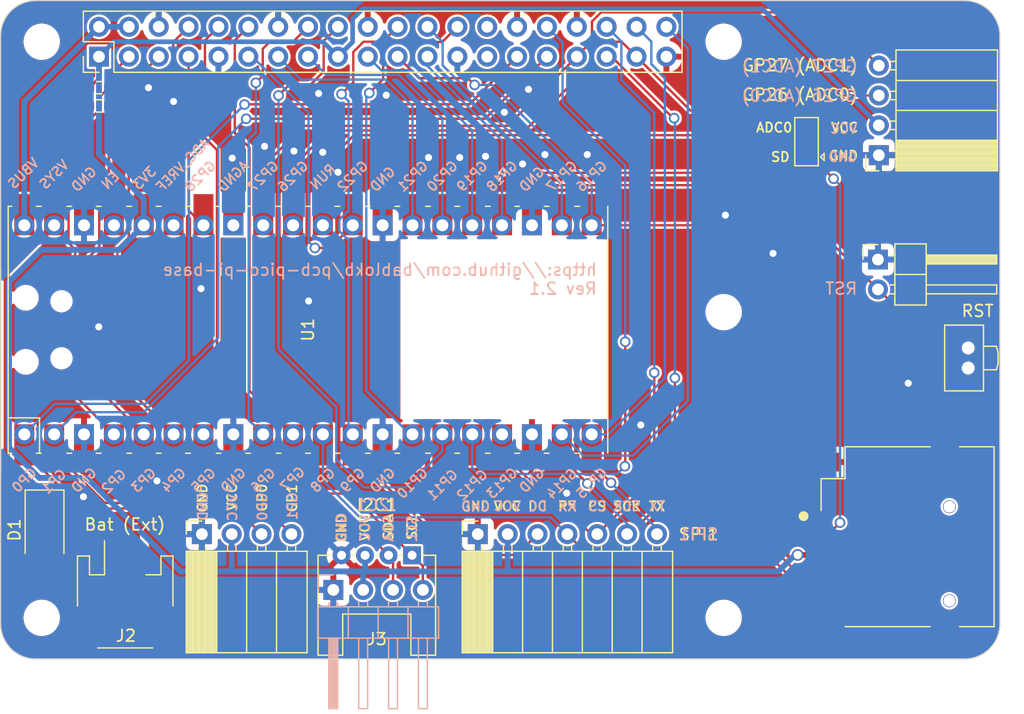
<source format=kicad_pcb>
(kicad_pcb (version 20211014) (generator pcbnew)
  (title_block (date "15 nov 2012"))
  (layers (0 "F.Cu" signal) (31 "B.Cu" signal) (34 "B.Paste" user) (35 "F.Paste" user) (36 "B.SilkS" user "B.Silkscreen") (37 "F.SilkS" user "F.Silkscreen") (38 "B.Mask" user) (39 "F.Mask" user) (44 "Edge.Cuts" user))
  (net 0 "")
  (net 1 "GND")
  (net 2 "/GPIO[2]{slash}SDA1")
  (net 3 "/GPIO[3]{slash}SCL1")
  (net 4 "/GPIO[4]{slash}GPCLK0")
  (net 5 "/GPIO[14]{slash}TXD0")
  (net 6 "/GPIO[15]{slash}RXD0")
  (net 7 "/GPIO[17]")
  (net 8 "/GPIO[18]{slash}PCM.CLK")
  (net 9 "/GPIO[27]")
  (net 10 "/GPIO[22]")
  (net 11 "/GPIO[23]")
  (net 12 "/GPIO[24]")
  (net 13 "/GPIO[10]{slash}SPI0.MOSI")
  (net 14 "/GPIO[9]{slash}SPI0.MISO")
  (net 15 "/GPIO[25]")
  (net 16 "/GPIO[11]{slash}SPI0.SCLK")
  (net 17 "/GPIO[8]{slash}SPI0.CE0")
  (net 18 "/GPIO[7]{slash}SPI0.CE1")
  (net 19 "/ID_SDA")
  (net 20 "/ID_SCL")
  (net 21 "/GPIO[5]")
  (net 22 "/GPIO[6]")
  (net 23 "/GPIO[12]{slash}PWM0")
  (net 24 "/GPIO[13]{slash}PWM1")
  (net 25 "/GPIO[19]{slash}PCM.FS")
  (net 26 "/GPIO[16]")
  (net 27 "/GPIO[20]{slash}PCM.DIN")
  (net 28 "/GPIO[21]{slash}PCM.DOUT")
  (net 29 "+5V")
  (net 30 "/VSYS")
  (net 31 "+BATT")
  (net 32 "+3.3V")
  (net 33 "/GPIO26")
  (net 34 "/RUN")
  (net 41 "/ADC0")
  (net 42 "/SD_CS")
  (footprint "Connector_PinHeader_2.54mm:PinHeader_2x20_P2.54mm_Vertical" (layer "F.Cu") (at 108.37 48.77 90)
    (fp_text reference "J1" hide)
    (fp_text value "GPIO" hide)
  )
  (footprint "Jumper:SolderJumper-3_P1.3mm_Bridged12_Pad1.0x1.5mm" (layer "F.Cu") (at 168.55 56 90)
    (fp_text reference "JP1" hide)
    (fp_text value "ADC0/SD_CS" hide)
  )
  (footprint "MountingHole:MountingHole_2.7mm_M2.5" (layer "F.Cu") (at 161.5 47.5)
    (fp_text reference "MH2" hide)
    (fp_text value "MountingHole_2.7mm_M2.5" hide)
  )
  (footprint "user:grove_horizontal" (layer "F.Cu") (at 132 91.18)
    (fp_text reference "J3")
    (fp_text value "Grove" hide)
  )
  (footprint "user:Microtaster_Horizontal" (layer "F.Cu") (at 182.3 74.4 90)
    (fp_text reference "SW1" hide)
    (fp_text value "SW_Push" hide)
  )
  (footprint "Connector_PinSocket_2.54mm:PinSocket_1x07_P2.54mm_Horizontal" (layer "F.Cu") (at 140.59 89.38 90)
    (fp_text reference "J5" hide)
    (fp_text value "Conn_SPI1" hide)
  )
  (footprint "Connector_JST:JST_PH_S2B-PH-SM4-TB_1x02-1MP_P2.00mm_Horizontal" (layer "F.Cu") (at 110.6 94.55)
    (fp_text reference "J2")
    (fp_text value "JST-PH2 Bat Ext" hide)
  )
  (footprint "MountingHole:MountingHole_2.7mm_M2.5" (layer "F.Cu") (at 161.5 70.5)
    (fp_text reference "MH1" hide)
    (fp_text value "MountingHole_2.7mm_M2.5" hide)
  )
  (footprint "Diode_SMD:D_SMA" (layer "F.Cu") (at 103.74 89.03 -90)
    (fp_text reference "D1")
    (fp_text value "D_Schottky" hide)
  )
  (footprint "MountingHole:MountingHole_2.7mm_M2.5" (layer "F.Cu") (at 103.5 96.5)
    (fp_text reference "MH3" hide)
    (fp_text value "MountingHole_2.7mm_M2.5" hide)
  )
  (footprint "MountingHole:MountingHole_2.7mm_M2.5" (layer "F.Cu") (at 103.5 47.5)
    (fp_text reference "MH1" hide)
    (fp_text value "MountingHole_2.7mm_M2.5" hide)
  )
  (footprint "Resistor_SMD:R_0603_1608Metric" (layer "F.Cu") (at 108.38 51.41 180)
    (fp_text reference "R1" hide)
    (fp_text value "10K" hide)
  )
  (footprint "Resistor_SMD:R_0603_1608Metric" (layer "F.Cu") (at 108.38 52.96 180)
    (fp_text reference "R2" hide)
    (fp_text value "10K" hide)
  )
  (footprint "user:TF-Push" (layer "F.Cu") (at 175 90.1 90)
    (fp_text reference "J9" hide)
    (fp_text value "Micro_SD_TF_PUSH" hide)
  )
  (footprint "Connector_PinSocket_2.54mm:PinSocket_1x04_P2.54mm_Horizontal" (layer "F.Cu") (at 117.12 89.38 90)
    (fp_text reference "J4" hide)
    (fp_text value "Conn_UART" hide)
  )
  (footprint "MountingHole:MountingHole_2.7mm_M2.5" (layer "F.Cu") (at 161.5 96.5)
    (fp_text reference "MH4" hide)
    (fp_text value "MountingHole_2.7mm_M2.5" hide)
  )
  (footprint "user:RPi_Pico_SMD_TH_nodbg" (layer "F.Cu") (at 126.145 72 90)
    (fp_text reference "U1")
    (fp_text value "Pico_nodbg" hide)
  )
  (footprint "Connector_PinSocket_2.54mm:PinSocket_1x04_P2.54mm_Horizontal" (layer "F.Cu") (at 174.7 57.15 180)
    (fp_text reference "J6" hide)
    (fp_text value "Conn_ADC" hide)
  )
  (footprint "Connector_PinHeader_2.54mm:PinHeader_1x02_P2.54mm_Horizontal" (layer "F.Cu") (at 174.625 66.025)
    (fp_text reference "J7" hide)
    (fp_text value "Conn_RST" hide)
  )
  (footprint "Connector_PinHeader_2.54mm:PinHeader_1x04_P2.54mm_Horizontal" (layer "B.Cu") (at 128.3 94.125 -90)
    (fp_text reference "J8" hide)
    (fp_text value "Conn_I2C" hide)
  )
  (gr_arc (start 182 44) (mid 184.12132 44.87868) (end 185 47) (layer "Edge.Cuts") (width 0.1))
  (gr_line (start 185 97) (end 185 47) (layer "Edge.Cuts") (width 0.1))
  (gr_line (start 100 47) (end 100 97) (layer "Edge.Cuts") (width 0.1))
  (gr_arc (start 103 100) (mid 100.87868 99.12132) (end 100 97) (layer "Edge.Cuts") (width 0.1))
  (gr_line (start 103 100) (end 182 100) (layer "Edge.Cuts") (width 0.1))
  (gr_arc (start 185 97) (mid 184.12132 99.12132) (end 182 100) (layer "Edge.Cuts") (width 0.1))
  (gr_arc (start 100 47) (mid 100.87868 44.87868) (end 103 44) (layer "Edge.Cuts") (width 0.1))
  (gr_line (start 182 44) (end 103 44) (layer "Edge.Cuts") (width 0.1))
  (gr_text "SDA" (at 133 88.880952 90) (layer "B.SilkS") (effects (font (size 0.8 0.8)) (justify mirror)))
  (gr_text "VCC" (at 119.72 87.11 90) (layer "B.SilkS") (effects (font (size 0.8 0.8)) (justify mirror)))
  (gr_text "https://github.com/bablokb/pcb-pico-pi-base\nRev 2.1" (at 150.8 67.7) (layer "B.SilkS") (effects (font (size 1 1)) (justify left mirror)))
  (gr_text "I2C1" (at 131.9 86.9) (layer "B.SilkS") (effects (font (size 1 1)) (justify mirror)))
  (gr_text "GP0" (at 122.27 87.05 90) (layer "B.SilkS") (effects (font (size 0.8 0.8)) (justify mirror)))
  (gr_text "GP27 (ADC1)" (at 172.95 49.6) (layer "B.SilkS") (effects (font (size 1 1)) (justify left mirror)))
  (gr_text "GP1" (at 124.83 87 90) (layer "B.SilkS") (effects (font (size 0.8 0.8)) (justify mirror)))
  (gr_text "VCC" (at 143.1 87) (layer "B.SilkS") (effects (font (size 0.8 0.8)) (justify mirror)))
  (gr_text "RX" (at 148.21 87) (layer "B.SilkS") (effects (font (size 0.8 0.8)) (justify mirror)))
  (gr_text "GND" (at 129 88.785714 90) (layer "B.SilkS") (effects (font (size 0.8 0.8)) (justify mirror)))
  (gr_text "VCC" (at 131 88.861905 90) (layer "B.SilkS") (effects (font (size 0.8 0.8)) (justify mirror)))
  (gr_text "GND" (at 172.95 57.3) (layer "B.SilkS") (effects (font (size 0.8 0.8)) (justify left mirror)))
  (gr_text "RST" (at 171.5 68.5) (layer "B.SilkS") (effects (font (size 1 1)) (justify mirror)))
  (gr_text "VCC" (at 172.95 54.9) (layer "B.SilkS") (effects (font (size 0.8 0.8)) (justify left mirror)))
  (gr_text "GND" (at 117.2 87.01 90) (layer "B.SilkS") (effects (font (size 0.8 0.8)) (justify mirror)))
  (gr_text "CS" (at 150.75 87) (layer "B.SilkS") (effects (font (size 0.8 0.8)) (justify mirror)))
  (gr_text "GND" (at 140.4 87.05) (layer "B.SilkS") (effects (font (size 0.8 0.8)) (justify mirror)))
  (gr_text "SCK" (at 153.25 87) (layer "B.SilkS") (effects (font (size 0.8 0.8)) (justify mirror)))
  (gr_text "GP26 (ADC0)" (at 172.95 52.1) (layer "B.SilkS") (effects (font (size 1 1)) (justify left mirror)))
  (gr_text "SCL" (at 135 88.9 90) (layer "B.SilkS") (effects (font (size 0.8 0.8)) (justify mirror)))
  (gr_text "TX" (at 155.85 87) (layer "B.SilkS") (effects (font (size 0.8 0.8)) (justify mirror)))
  (gr_text "SPI1" (at 159.35 89.4) (layer "B.SilkS") (effects (font (size 1 1)) (justify mirror)))
  (gr_text "DC" (at 145.67 87) (layer "B.SilkS") (effects (font (size 0.8 0.8)) (justify mirror)))
  (gr_text "GND" (at 140.4 87.02) (layer "F.SilkS") (effects (font (size 0.8 0.8))))
  (gr_text "TX" (at 155.83 87.02) (layer "F.SilkS") (effects (font (size 0.8 0.8))))
  (gr_text "VCC" (at 119.69 86.22 90) (layer "F.SilkS") (effects (font (size 0.8 0.8))))
  (gr_text "SCK" (at 153.29 87.02) (layer "F.SilkS") (effects (font (size 0.8 0.8))))
  (gr_text "RX" (at 148.21 87.02) (layer "F.SilkS") (effects (font (size 0.8 0.8))))
  (gr_text "VCC" (at 143.1 87.02) (layer "F.SilkS") (effects (font (size 0.8 0.8))))
  (gr_text "Bat (Ext)" (at 110.57 88.56) (layer "F.SilkS") (effects (font (size 1 1))))
  (gr_text "VCC" (at 171.8 54.8) (layer "F.SilkS") (effects (font (size 0.8 0.8))))
  (gr_text "CS" (at 150.75 87.02) (layer "F.SilkS") (effects (font (size 0.8 0.8))))
  (gr_text "ADC0" (at 165.8 54.8) (layer "F.SilkS") (effects (font (size 0.8 0.8))))
  (gr_text "I2C1" (at 132 86.9) (layer "F.SilkS") (effects (font (size 1 1))))
  (gr_text "GP26 (ADC0)" (at 168 52) (layer "F.SilkS") (effects (font (size 1 1))))
  (gr_text "GND" (at 171.7 57.2) (layer "F.SilkS") (effects (font (size 0.8 0.8))))
  (gr_text "GND" (at 117.17 86.32 90) (layer "F.SilkS") (effects (font (size 0.8 0.8))))
  (gr_text "GP1" (at 124.8 86.33 90) (layer "F.SilkS") (effects (font (size 0.8 0.8))))
  (gr_text "DC" (at 145.67 87.02) (layer "F.SilkS") (effects (font (size 0.8 0.8))))
  (gr_text "SD" (at 167.2 57.3) (layer "F.SilkS") (effects (font (size 0.8 0.8)) (justify right)))
  (gr_text "RST" (at 183.1 70.4) (layer "F.SilkS") (effects (font (size 1 1))))
  (gr_text "SPI1" (at 159.38 89.39) (layer "F.SilkS") (effects (font (size 1 1))))
  (gr_text "GP27 (ADC1)" (at 168 49.5) (layer "F.SilkS") (effects (font (size 1 1))))
  (gr_text "GP0" (at 122.24 86.28 90) (layer "F.SilkS") (effects (font (size 0.8 0.8))))
  (via (at 132.8 52.05) (size 0.9) (drill 0.6) (layers "F.Cu" "B.Cu") (net 1))
  (via (at 144.9 51.55) (size 0.9) (drill 0.6) (layers "F.Cu" "B.Cu") (net 1))
  (via (at 119.7 57.4) (size 0.9) (drill 0.6) (layers "F.Cu" "B.Cu") (net 1))
  (via (at 154.45 80.1) (size 0.9) (drill 0.6) (layers "F.Cu" "B.Cu") (net 1))
  (via (at 161.65 62.25) (size 0.9) (drill 0.6) (layers "F.Cu" "B.Cu") (net 1))
  (via (at 127.4 56.9) (size 0.9) (drill 0.6) (layers "F.Cu" "B.Cu") (net 1))
  (via (at 144.4 57.9) (size 0.9) (drill 0.6) (layers "F.Cu" "B.Cu") (net 1))
  (via (at 124.95 56.8) (size 0.9) (drill 0.6) (layers "F.Cu" "B.Cu") (net 1))
  (via (at 148.15 85.9) (size 0.9) (drill 0.6) (layers "F.Cu" "B.Cu") (net 1))
  (via (at 112.58 51.41) (size 0.9) (drill 0.6) (layers "F.Cu" "B.Cu") (net 1))
  (via (at 142.85 53.5) (size 0.9) (drill 0.6) (layers "F.Cu" "B.Cu") (net 1))
  (via (at 146.3 57.1) (size 0.9) (drill 0.6) (layers "F.Cu" "B.Cu") (net 1))
  (via (at 177.2 76.55) (size 0.9) (drill 0.6) (layers "F.Cu" "B.Cu") (net 1))
  (via (at 126.2 69.55) (size 0.9) (drill 0.6) (layers "F.Cu" "B.Cu") (net 1))
  (via (at 128.7 58.6) (size 0.9) (drill 0.6) (layers "F.Cu" "B.Cu") (net 1))
  (via (at 117.05 68.5) (size 0.9) (drill 0.6) (layers "F.Cu" "B.Cu") (net 1))
  (via (at 141.25 57.25) (size 0.9) (drill 0.6) (layers "F.Cu" "B.Cu") (net 1))
  (via (at 149.9 57.1) (size 0.9) (drill 0.6) (layers "F.Cu" "B.Cu") (net 1))
  (via (at 113.3 84.85) (size 0.9) (drill 0.6) (layers "F.Cu" "B.Cu") (net 1))
  (via (at 127.05 51.9) (size 0.9) (drill 0.6) (layers "F.Cu" "B.Cu") (net 1))
  (via (at 122.45 56.4) (size 0.9) (drill 0.6) (layers "F.Cu" "B.Cu") (net 1))
  (via (at 136.4 57.35) (size 0.9) (drill 0.6) (layers "F.Cu" "B.Cu") (net 1))
  (via (at 165.7 65.5) (size 0.9) (drill 0.6) (layers "F.Cu" "B.Cu") (net 1))
  (via (at 108.35 71.75) (size 0.9) (drill 0.6) (layers "F.Cu" "B.Cu") (net 1))
  (via (at 114.71 52.58) (size 0.9) (drill 0.6) (layers "F.Cu" "B.Cu") (net 1))
  (via (at 139.05 57.35) (size 0.9) (drill 0.6) (layers "F.Cu" "B.Cu") (net 1))
  (via (at 107.05 86.2) (size 0.9) (drill 0.6) (layers "F.Cu" "B.Cu") (net 1))
  (segment (start 105.78 55.917107) (end 108.505 53.192107) (width 0.2) (layer "F.Cu") (net 2))
  (segment (start 128.15 86.33) (end 113.515 86.33) (width 0.2) (layer "F.Cu") (net 2))
  (segment (start 109.635 82.45) (end 109.635 80.89) (width 0.2) (layer "F.Cu") (net 2))
  (segment (start 108.505 52.11) (end 109.205 51.41) (width 0.2) (layer "F.Cu") (net 2))
  (segment (start 133 91.18) (end 128.15 86.33) (width 0.2) (layer "F.Cu") (net 2))
  (segment (start 133.38 94.125) (end 133.38 91.56) (width 0.2) (layer "F.Cu") (net 2))
  (segment (start 106.34 77.595) (end 106.34 65.18) (width 0.2) (layer "F.Cu") (net 2))
  (segment (start 108.505 53.192107) (end 108.505 52.11) (width 0.2) (layer "F.Cu") (net 2))
  (segment (start 109.205 50.475) (end 110.91 48.77) (width 0.2) (layer "F.Cu") (net 2))
  (segment (start 106.34 65.18) (end 105.78 64.62) (width 0.2) (layer "F.Cu") (net 2))
  (segment (start 133.38 91.56) (end 133 91.18) (width 0.2) (layer "F.Cu") (net 2))
  (segment (start 109.635 80.89) (end 106.34 77.595) (width 0.2) (layer "F.Cu") (net 2))
  (segment (start 109.205 51.41) (end 109.205 50.475) (width 0.2) (layer "F.Cu") (net 2))
  (segment (start 105.78 64.62) (end 105.78 55.917107) (width 0.2) (layer "F.Cu") (net 2))
  (segment (start 113.515 86.33) (end 109.635 82.45) (width 0.2) (layer "F.Cu") (net 2))
  (segment (start 135 91.18) (end 129.75 85.93) (width 0.2) (layer "F.Cu") (net 3))
  (segment (start 106.81 75.525) (end 112.175 80.89) (width 0.2) (layer "F.Cu") (net 3))
  (segment (start 129.75 85.93) (end 115.655 85.93) (width 0.2) (layer "F.Cu") (net 3))
  (segment (start 106.81 66.52) (end 106.81 75.525) (width 0.2) (layer "F.Cu") (net 3))
  (segment (start 135.92 94.125) (end 135.92 92.1) (width 0.2) (layer "F.Cu") (net 3))
  (segment (start 135.92 92.1) (end 135 91.18) (width 0.2) (layer "F.Cu") (net 3))
  (segment (start 109.205 59.545) (end 108.39 60.36) (width 0.2) (layer "F.Cu") (net 3))
  (segment (start 109.26 52.96) (end 113.45 48.77) (width 0.2) (layer "F.Cu") (net 3))
  (segment (start 108.39 60.36) (end 108.39 64.94) (width 0.2) (layer "F.Cu") (net 3))
  (segment (start 109.205 52.96) (end 109.26 52.96) (width 0.2) (layer "F.Cu") (net 3))
  (segment (start 112.175 82.45) (end 112.175 80.89) (width 0.2) (layer "F.Cu") (net 3))
  (segment (start 108.39 64.94) (end 106.81 66.52) (width 0.2) (layer "F.Cu") (net 3))
  (segment (start 115.655 85.93) (end 112.175 82.45) (width 0.2) (layer "F.Cu") (net 3))
  (segment (start 109.205 52.96) (end 109.205 59.545) (width 0.2) (layer "F.Cu") (net 3))
  (segment (start 115.99 61.845) (end 117.255 63.11) (width 0.2) (layer "F.Cu") (net 4))
  (segment (start 115.99 48.77) (end 115.99 61.845) (width 0.2) (layer "F.Cu") (net 4))
  (segment (start 114.68 47.54) (end 115.99 46.23) (width 0.2) (layer "F.Cu") (net 5))
  (segment (start 114.68 50.82) (end 114.68 47.54) (width 0.2) (layer "F.Cu") (net 5))
  (segment (start 114.715 80.89) (end 109.94 76.115) (width 0.2) (layer "F.Cu") (net 5))
  (segment (start 109.94 65.105) (end 110.9 64.145) (width 0.2) (layer "F.Cu") (net 5))
  (segment (start 110.9 64.145) (end 110.9 54.6) (width 0.2) (layer "F.Cu") (net 5))
  (segment (start 110.9 54.6) (end 114.68 50.82) (width 0.2) (layer "F.Cu") (net 5))
  (segment (start 109.94 76.115) (end 109.94 65.105) (width 0.2) (layer "F.Cu") (net 5))
  (segment (start 118.405 79.74) (end 117.255 80.89) (width 0.2) (layer "F.Cu") (net 6))
  (segment (start 118.405 56.7) (end 118.405 79.74) (width 0.2) (layer "F.Cu") (net 6))
  (segment (start 117.38 47.38) (end 117.38 55.675) (width 0.2) (layer "F.Cu") (net 6))
  (segment (start 118.53 46.23) (end 117.38 47.38) (width 0.2) (layer "F.Cu") (net 6))
  (segment (start 117.38 55.675) (end 118.405 56.7) (width 0.2) (layer "F.Cu") (net 6))
  (segment (start 128.025 65.04) (end 129.955 63.11) (width 0.2) (layer "F.Cu") (net 7))
  (segment (start 126.73 65.04) (end 128.025 65.04) (width 0.2) (layer "F.Cu") (net 7))
  (via (at 126.73 65.04) (size 0.9) (drill 0.6) (layers "F.Cu" "B.Cu") (net 7))
  (segment (start 121.07 48.77) (end 121.42 48.77) (width 0.2) (layer "B.Cu") (net 7))
  (segment (start 126.19 64.5) (end 126.73 65.04) (width 0.2) (layer "B.Cu") (net 7))
  (segment (start 126.19 53.54) (end 126.19 64.5) (width 0.2) (layer "B.Cu") (net 7))
  (segment (start 121.42 48.77) (end 126.19 53.54) (width 0.2) (layer "B.Cu") (net 7))
  (segment (start 121.07 46.23) (end 119.92 47.38) (width 0.2) (layer "F.Cu") (net 8))
  (segment (start 121.17 77.185) (end 124.875 80.89) (width 0.2) (layer "F.Cu") (net 8))
  (segment (start 119.92 55.25) (end 121.17 56.5) (width 0.2) (layer "F.Cu") (net 8))
  (segment (start 121.17 56.5) (end 121.17 77.185) (width 0.2) (layer "F.Cu") (net 8))
  (segment (start 119.92 47.38) (end 119.92 55.25) (width 0.2) (layer "F.Cu") (net 8))
  (segment (start 125.56 50.72) (end 132.77 50.72) (width 0.2) (layer "B.Cu") (net 9))
  (segment (start 132.77 50.72) (end 135.035 52.985) (width 0.2) (layer "B.Cu") (net 9))
  (segment (start 123.61 48.77) (end 125.56 50.72) (width 0.2) (layer "B.Cu") (net 9))
  (segment (start 135.035 52.985) (end 135.035 63.11) (width 0.2) (layer "B.Cu") (net 9))
  (segment (start 137.575 54.005) (end 137.575 63.11) (width 0.2) (layer "B.Cu") (net 10))
  (segment (start 126.15 48.77) (end 127.7 50.32) (width 0.2) (layer "B.Cu") (net 10))
  (segment (start 127.7 50.32) (end 133.89 50.32) (width 0.2) (layer "B.Cu") (net 10))
  (segment (start 133.89 50.32) (end 137.575 54.005) (width 0.2) (layer "B.Cu") (net 10))
  (segment (start 124.88 47.5) (end 122.9 47.5) (width 0.2) (layer "F.Cu") (net 11))
  (segment (start 122.3 48.1) (end 122.3 50.4) (width 0.2) (layer "F.Cu") (net 11))
  (segment (start 122.3 50.4) (end 121.71 50.99) (width 0.2) (layer "F.Cu") (net 11))
  (segment (start 126.15 46.23) (end 124.88 47.5) (width 0.2) (layer "F.Cu") (net 11))
  (segment (start 122.9 47.5) (end 122.3 48.1) (width 0.2) (layer "F.Cu") (net 11))
  (via (at 121.71 50.99) (size 0.9) (drill 0.6) (layers "F.Cu" "B.Cu") (net 11))
  (segment (start 121.1 55.8) (end 121.1 79.655) (width 0.2) (layer "B.Cu") (net 11))
  (segment (start 121.71 55.19) (end 121.1 55.8) (width 0.2) (layer "B.Cu") (net 11))
  (segment (start 121.1 79.655) (end 122.335 80.89) (width 0.2) (layer "B.Cu") (net 11))
  (segment (start 121.71 50.99) (end 121.71 55.19) (width 0.2) (layer "B.Cu") (net 11))
  (segment (start 124.5405 51.17) (end 123.64 52.0705) (width 0.2) (layer "F.Cu") (net 12))
  (segment (start 128.69 46.23) (end 127.48 47.44) (width 0.2) (layer "F.Cu") (net 12))
  (segment (start 126.34 51.17) (end 124.5405 51.17) (width 0.2) (layer "F.Cu") (net 12))
  (segment (start 127.48 47.44) (end 127.48 50.03) (width 0.2) (layer "F.Cu") (net 12))
  (segment (start 127.48 50.03) (end 126.34 51.17) (width 0.2) (layer "F.Cu") (net 12))
  (via (at 123.64 52.0705) (size 0.9) (drill 0.6) (layers "F.Cu" "B.Cu") (net 12))
  (segment (start 130.9 85.4) (end 134.5 85.4) (width 0.2) (layer "B.Cu") (net 12))
  (segment (start 123.64 52.0705) (end 123.64 73.655) (width 0.2) (layer "B.Cu") (net 12))
  (segment (start 137.575 82.325) (end 137.575 80.89) (width 0.2) (layer "B.Cu") (net 12))
  (segment (start 134.5 85.4) (end 137.575 82.325) (width 0.2) (layer "B.Cu") (net 12))
  (segment (start 128.565 83.065) (end 130.9 85.4) (width 0.2) (layer "B.Cu") (net 12))
  (segment (start 123.64 73.655) (end 128.565 78.58) (width 0.2) (layer "B.Cu") (net 12))
  (segment (start 128.565 78.58) (end 128.565 83.065) (width 0.2) (layer "B.Cu") (net 12))
  (segment (start 140.9 60.45) (end 142.7 58.65) (width 0.2) (layer "F.Cu") (net 13))
  (segment (start 166.85 87.95) (end 169.05 90.15) (width 0.2) (layer "F.Cu") (net 13))
  (segment (start 166.85 63.4) (end 166.85 87.95) (width 0.2) (layer "F.Cu") (net 13))
  (segment (start 162.1 58.65) (end 166.85 63.4) (width 0.2) (layer "F.Cu") (net 13))
  (segment (start 142.7 58.65) (end 162.1 58.65) (width 0.2) (layer "F.Cu") (net 13))
  (segment (start 169.05 90.15) (end 169.6 90.15) (width 0.2) (layer "F.Cu") (net 13))
  (segment (start 131.23 48.77) (end 132.38 49.92) (width 0.2) (layer "B.Cu") (net 13))
  (segment (start 132.38 49.92) (end 134.97 49.92) (width 0.2) (layer "B.Cu") (net 13))
  (segment (start 140.115 55.065) (end 140.115 63.11) (width 0.2) (layer "B.Cu") (net 13))
  (segment (start 134.97 49.92) (end 140.115 55.065) (width 0.2) (layer "B.Cu") (net 13))
  (segment (start 135.6 50.6) (end 139.744954 50.6) (width 0.2) (layer "F.Cu") (net 14))
  (segment (start 159.36 63.11) (end 163.5 67.25) (width 0.2) (layer "F.Cu") (net 14))
  (segment (start 168.55 94.4) (end 169.45 94.4) (width 0.2) (layer "F.Cu") (net 14))
  (segment (start 150.275 63.11) (end 159.36 63.11) (width 0.2) (layer "F.Cu") (net 14))
  (segment (start 139.744954 50.6) (end 140.317477 51.172523) (width 0.2) (layer "F.Cu") (net 14))
  (segment (start 163.5 89.35) (end 168.55 94.4) (width 0.2) (layer "F.Cu") (net 14))
  (segment (start 163.5 67.25) (end 163.5 89.35) (width 0.2) (layer "F.Cu") (net 14))
  (segment (start 133.77 48.77) (end 135.6 50.6) (width 0.2) (layer "F.Cu") (net 14))
  (via (at 140.317477 51.172523) (size 0.9) (drill 0.6) (layers "F.Cu" "B.Cu") (net 14))
  (segment (start 140.317477 51.172523) (end 141.797523 51.172523) (width 0.2) (layer "B.Cu") (net 14))
  (segment (start 150.275 59.65) (end 150.275 63.11) (width 0.2) (layer "B.Cu") (net 14))
  (segment (start 141.797523 51.172523) (end 150.275 59.65) (width 0.2) (layer "B.Cu") (net 14))
  (segment (start 130 48.373654) (end 130.873654 47.5) (width 0.2) (layer "F.Cu") (net 15))
  (segment (start 129 51.95) (end 130 50.95) (width 0.2) (layer "F.Cu") (net 15))
  (segment (start 130 50.95) (end 130 48.373654) (width 0.2) (layer "F.Cu") (net 15))
  (segment (start 145.67 89.38) (end 143.9 91.15) (width 0.2) (layer "F.Cu") (net 15))
  (segment (start 129.955 82.45) (end 129.955 80.89) (width 0.2) (layer "F.Cu") (net 15))
  (segment (start 132.5 47.5) (end 133.77 46.23) (width 0.2) (layer "F.Cu") (net 15))
  (segment (start 143.9 91.15) (end 138.655 91.15) (width 0.2) (layer "F.Cu") (net 15))
  (segment (start 138.655 91.15) (end 129.955 82.45) (width 0.2) (layer "F.Cu") (net 15))
  (segment (start 130.873654 47.5) (end 132.5 47.5) (width 0.2) (layer "F.Cu") (net 15))
  (via (at 129 51.95) (size 0.9) (drill 0.6) (layers "F.Cu" "B.Cu") (net 15))
  (segment (start 129.478654 61.96) (end 128.805 62.633654) (width 0.2) (layer "B.Cu") (net 15))
  (segment (start 129.6 61.96) (end 129.478654 61.96) (width 0.2) (layer "B.Cu") (net 15))
  (segment (start 129.6 64.26) (end 129.6 80.535) (width 0.2) (layer "B.Cu") (net 15))
  (segment (start 129 51.95) (end 129.6 52.55) (width 0.2) (layer "B.Cu") (net 15))
  (segment (start 129.6 80.535) (end 129.955 80.89) (width 0.2) (layer "B.Cu") (net 15))
  (segment (start 128.805 62.633654) (end 128.805 63.586346) (width 0.2) (layer "B.Cu") (net 15))
  (segment (start 129.6 52.55) (end 129.6 61.96) (width 0.2) (layer "B.Cu") (net 15))
  (segment (start 129.478654 64.26) (end 129.6 64.26) (width 0.2) (layer "B.Cu") (net 15))
  (segment (start 128.805 63.586346) (end 129.478654 64.26) (width 0.2) (layer "B.Cu") (net 15))
  (segment (start 142.655 61.55) (end 144.505 59.7) (width 0.2) (layer "F.Cu") (net 16))
  (segment (start 164.8 89.7) (end 167.35 92.25) (width 0.2) (layer "F.Cu") (net 16))
  (segment (start 164.8 62.75) (end 164.8 89.7) (width 0.2) (layer "F.Cu") (net 16))
  (segment (start 167.35 92.25) (end 169.3 92.25) (width 0.2) (layer "F.Cu") (net 16))
  (segment (start 142.655 63.11) (end 142.655 61.55) (width 0.2) (layer "F.Cu") (net 16))
  (segment (start 161.75 59.7) (end 164.8 62.75) (width 0.2) (layer "F.Cu") (net 16))
  (segment (start 144.505 59.7) (end 161.75 59.7) (width 0.2) (layer "F.Cu") (net 16))
  (segment (start 142.655 55.915) (end 142.655 63.11) (width 0.2) (layer "B.Cu") (net 16))
  (segment (start 136.31 48.77) (end 136.31 49.57) (width 0.2) (layer "B.Cu") (net 16))
  (segment (start 136.31 49.57) (end 142.655 55.915) (width 0.2) (layer "B.Cu") (net 16))
  (segment (start 147.735 63.11) (end 147.735 59.65) (width 0.2) (layer "B.Cu") (net 17))
  (segment (start 147.735 59.65) (end 137.6 49.515) (width 0.2) (layer "B.Cu") (net 17))
  (segment (start 137.6 47.52) (end 136.31 46.23) (width 0.2) (layer "B.Cu") (net 17))
  (segment (start 137.6 49.515) (end 137.6 47.52) (width 0.2) (layer "B.Cu") (net 17))
  (segment (start 137.56 47.52) (end 138.85 46.23) (width 0.2) (layer "F.Cu") (net 18))
  (segment (start 132.54 48.25) (end 133.27 47.52) (width 0.2) (layer "F.Cu") (net 18))
  (segment (start 131.36 51.86) (end 132.54 50.68) (width 0.2) (layer "F.Cu") (net 18))
  (segment (start 133.27 47.52) (end 137.56 47.52) (width 0.2) (layer "F.Cu") (net 18))
  (segment (start 132.54 50.68) (end 132.54 48.25) (width 0.2) (layer "F.Cu") (net 18))
  (via (at 131.36 51.86) (size 0.9) (drill 0.6) (layers "F.Cu" "B.Cu") (net 18))
  (segment (start 131.105 52.115) (end 131.105 77.185) (width 0.2) (layer "B.Cu") (net 18))
  (segment (start 131.105 77.185) (end 134.81 80.89) (width 0.2) (layer "B.Cu") (net 18))
  (segment (start 131.36 51.86) (end 131.105 52.115) (width 0.2) (layer "B.Cu") (net 18))
  (segment (start 134.81 80.89) (end 135.035 80.89) (width 0.2) (layer "B.Cu") (net 18))
  (segment (start 106.89 87.2) (end 102.015 82.325) (width 0.2) (layer "F.Cu") (net 21))
  (segment (start 139.88 52.82) (end 120.77 52.82) (width 0.2) (layer "F.Cu") (net 21))
  (segment (start 120.02 87.2) (end 106.89 87.2) (width 0.2) (layer "F.Cu") (net 21))
  (segment (start 120.77 52.82) (end 120.75 52.84) (width 0.2) (layer "F.Cu") (net 21))
  (segment (start 143.93 48.77) (end 139.88 52.82) (width 0.2) (layer "F.Cu") (net 21))
  (segment (start 122.2 89.38) (end 120.02 87.2) (width 0.2) (layer "F.Cu") (net 21))
  (via (at 120.75 52.84) (size 0.9) (drill 0.6) (layers "F.Cu" "B.Cu") (net 21))
  (segment (start 104.605 78.3) (end 102.015 80.89) (width 0.2) (layer "B.Cu") (net 21))
  (segment (start 120.75 52.84) (end 116.02 57.57) (width 0.2) (layer "B.Cu") (net 21))
  (segment (start 112.324314 78.3) (end 104.605 78.3) (width 0.2) (layer "B.Cu") (net 21))
  (segment (start 116.02 57.57) (end 116.02 74.604314) (width 0.2) (layer "B.Cu") (net 21))
  (segment (start 116.02 74.604314) (end 112.324314 78.3) (width 0.2) (layer "B.Cu") (net 21))
  (segment (start 146.47 48.77) (end 141.19 54.05) (width 0.2) (layer "F.Cu") (net 22))
  (segment (start 108.87 86.73) (end 104.555 82.415) (width 0.2) (layer "F.Cu") (net 22))
  (segment (start 124.74 89.38) (end 122.09 86.73) (width 0.2) (layer "F.Cu") (net 22))
  (segment (start 141.19 54.05) (end 120.89 54.05) (width 0.2) (layer "F.Cu") (net 22))
  (segment (start 122.09 86.73) (end 108.87 86.73) (width 0.2) (layer "F.Cu") (net 22))
  (via (at 120.89 54.05) (size 0.9) (drill 0.6) (layers "F.Cu" "B.Cu") (net 22))
  (segment (start 118.52 56.42) (end 118.52 72.67) (width 0.2) (layer "B.Cu") (net 22))
  (segment (start 106.435 79.01) (end 104.555 80.89) (width 0.2) (layer "B.Cu") (net 22))
  (segment (start 120.89 54.05) (end 118.52 56.42) (width 0.2) (layer "B.Cu") (net 22))
  (segment (start 118.52 72.67) (end 112.18 79.01) (width 0.2) (layer "B.Cu") (net 22))
  (segment (start 112.18 79.01) (end 106.435 79.01) (width 0.2) (layer "B.Cu") (net 22))
  (segment (start 153.13 83.58) (end 153.1 83.61) (width 0.2) (layer "F.Cu") (net 23))
  (segment (start 153.13 73.02) (end 153.13 83.58) (width 0.2) (layer "F.Cu") (net 23))
  (via (at 153.1 83.61) (size 0.9) (drill 0.6) (layers "F.Cu" "B.Cu") (net 23))
  (via (at 153.13 73.02) (size 0.9) (drill 0.6) (layers "F.Cu" "B.Cu") (net 23))
  (segment (start 147.8 47.56) (end 147.8 52.7) (width 0.2) (layer "B.Cu") (net 23))
  (segment (start 140.115 83.765) (end 140.115 80.89) (width 0.2) (layer "B.Cu") (net 23))
  (segment (start 152.45 84.26) (end 140.61 84.26) (width 0.2) (layer "B.Cu") (net 23))
  (segment (start 147.8 52.7) (end 153.13 58.03) (width 0.2) (layer "B.Cu") (net 23))
  (segment (start 140.61 84.26) (end 140.115 83.765) (width 0.2) (layer "B.Cu") (net 23))
  (segment (start 146.47 46.23) (end 147.8 47.56) (width 0.2) (layer "B.Cu") (net 23))
  (segment (start 153.13 58.03) (end 153.13 73.02) (width 0.2) (layer "B.Cu") (net 23))
  (segment (start 153.1 83.61) (end 152.45 84.26) (width 0.2) (layer "B.Cu") (net 23))
  (segment (start 149.01 48.77) (end 149.01 48.724314) (width 0.2) (layer "F.Cu") (net 24))
  (segment (start 150.3 45.776827) (end 151.076827 45) (width 0.2) (layer "F.Cu") (net 24))
  (segment (start 150.3 47.434314) (end 150.3 45.776827) (width 0.2) (layer "F.Cu") (net 24))
  (segment (start 170.17 45) (end 174.7 49.53) (width 0.2) (layer "F.Cu") (net 24))
  (segment (start 125.775 54.65) (end 122.335 58.09) (width 0.2) (layer "F.Cu") (net 24))
  (segment (start 149.01 48.77) (end 143.13 54.65) (width 0.2) (layer "F.Cu") (net 24))
  (segment (start 143.13 54.65) (end 125.775 54.65) (width 0.2) (layer "F.Cu") (net 24))
  (segment (start 151.076827 45) (end 170.17 45) (width 0.2) (layer "F.Cu") (net 24))
  (segment (start 122.335 58.09) (end 122.335 63.11) (width 0.2) (layer "F.Cu") (net 24))
  (segment (start 149.01 48.724314) (end 150.3 47.434314) (width 0.2) (layer "F.Cu") (net 24))
  (segment (start 154.6 88.3) (end 154.6 89.696346) (width 0.2) (layer "F.Cu") (net 25))
  (segment (start 153.196346 91.1) (end 149.93 91.1) (width 0.2) (layer "F.Cu") (net 25))
  (segment (start 149.93 91.1) (end 148.21 89.38) (width 0.2) (layer "F.Cu") (net 25))
  (segment (start 157.2 54) (end 151.97 48.77) (width 0.2) (layer "F.Cu") (net 25))
  (segment (start 154.6 89.696346) (end 153.196346 91.1) (width 0.2) (layer "F.Cu") (net 25))
  (segment (start 157.35 85.55) (end 154.6 88.3) (width 0.2) (layer "F.Cu") (net 25))
  (segment (start 157.35 76.1) (end 157.35 85.55) (width 0.2) (layer "F.Cu") (net 25))
  (segment (start 151.97 48.77) (end 151.55 48.77) (width 0.2) (layer "F.Cu") (net 25))
  (segment (start 157.2905 54) (end 157.2 54) (width 0.2) (layer "F.Cu") (net 25))
  (via (at 157.2905 54) (size 0.9) (drill 0.6) (layers "F.Cu" "B.Cu") (net 25))
  (via (at 157.35 76.1) (size 0.9) (drill 0.6) (layers "F.Cu" "B.Cu") (net 25))
  (segment (start 130.55 87.95) (end 127.415 84.815) (width 0.2) (layer "B.Cu") (net 25))
  (segment (start 157.35 54.0595) (end 157.2905 54) (width 0.2) (layer "B.Cu") (net 25))
  (segment (start 127.415 84.815) (end 127.415 80.89) (width 0.2) (layer "B.Cu") (net 25))
  (segment (start 157.35 76.1) (end 157.35 54.0595) (width 0.2) (layer "B.Cu") (net 25))
  (segment (start 146.78 87.95) (end 130.55 87.95) (width 0.2) (layer "B.Cu") (net 25))
  (segment (start 148.21 89.38) (end 146.78 87.95) (width 0.2) (layer "B.Cu") (net 25))
  (segment (start 150.23 89.38) (end 148.6 87.75) (width 0.2) (layer "F.Cu") (net 26))
  (segment (start 155.6 75.65) (end 155.6 84.53) (width 0.2) (layer "F.Cu") (net 26))
  (segment (start 155.6 84.53) (end 150.75 89.38) (width 0.2) (layer "F.Cu") (net 26))
  (segment (start 147.955 87.75) (end 142.655 82.45) (width 0.2) (layer "F.Cu") (net 26))
  (segment (start 150.75 89.38) (end 150.23 89.38) (width 0.2) (layer "F.Cu") (net 26))
  (segment (start 148.6 87.75) (end 147.955 87.75) (width 0.2) (layer "F.Cu") (net 26))
  (via (at 155.6 75.65) (size 0.9) (drill 0.6) (layers "F.Cu" "B.Cu") (net 26))
  (segment (start 152.8 47.48) (end 151.55 46.23) (width 0.2) (layer "B.Cu") (net 26))
  (segment (start 152.8 50.75) (end 152.8 47.48) (width 0.2) (layer "B.Cu") (net 26))
  (segment (start 155.6 75.65) (end 155.6 53.55) (width 0.2) (layer "B.Cu") (net 26))
  (segment (start 155.6 53.55) (end 152.8 50.75) (width 0.2) (layer "B.Cu") (net 26))
  (segment (start 150.275 80.89) (end 150.275 83.3645) (width 0.2) (layer "F.Cu") (net 27))
  (segment (start 150.275 83.3645) (end 151.92 85.0095) (width 0.2) (layer "F.Cu") (net 27))
  (segment (start 150.275 82.975) (end 150.27 82.98) (width 0.2) (layer "F.Cu") (net 27))
  (via (at 151.92 85.0095) (size 0.9) (drill 0.6) (layers "F.Cu" "B.Cu") (net 27))
  (segment (start 155.35 49.4) (end 155.35 47.49) (width 0.2) (layer "B.Cu") (net 27))
  (segment (start 155.35 47.49) (end 154.09 46.23) (width 0.2) (layer "B.Cu") (net 27))
  (segment (start 151.92 85.01) (end 155.83 88.92) (width 0.2) (layer "B.Cu") (net 27))
  (segment (start 151.7 80.89) (end 156.5 76.09) (width 0.2) (layer "B.Cu") (net 27))
  (segment (start 156.5 50.55) (end 155.35 49.4) (width 0.2) (layer "B.Cu") (net 27))
  (segment (start 150.275 80.89) (end 151.7 80.89) (width 0.2) (layer "B.Cu") (net 27))
  (segment (start 155.83 88.92) (end 155.83 89.38) (width 0.2) (layer "B.Cu") (net 27))
  (segment (start 156.5 76.09) (end 156.5 50.55) (width 0.2) (layer "B.Cu") (net 27))
  (segment (start 151.92 85.0095) (end 151.92 85.01) (width 0.2) (layer "B.Cu") (net 27))
  (segment (start 147.735 82.895) (end 149.91 85.07) (width 0.2) (layer "F.Cu") (net 28))
  (segment (start 147.735 80.89) (end 147.735 82.895) (width 0.2) (layer "F.Cu") (net 28))
  (via (at 149.91 85.07) (size 0.9) (drill 0.6) (layers "F.Cu" "B.Cu") (net 28))
  (segment (start 158.45 78.05) (end 153.8 82.7) (width 0.2) (layer "B.Cu") (net 28))
  (segment (start 149.91 85.07) (end 149.91 85.12) (width 0.2) (layer "B.Cu") (net 28))
  (segment (start 153.29 88.5) (end 153.29 89.38) (width 0.2) (layer "B.Cu") (net 28))
  (segment (start 149.91 85.12) (end 153.29 88.5) (width 0.2) (layer "B.Cu") (net 28))
  (segment (start 149.545 82.7) (end 147.735 80.89) (width 0.2) (layer "B.Cu") (net 28))
  (segment (start 156.63 46.23) (end 158.45 48.05) (width 0.2) (layer "B.Cu") (net 28))
  (segment (start 153.8 82.7) (end 149.545 82.7) (width 0.2) (layer "B.Cu") (net 28))
  (segment (start 158.45 48.05) (end 158.45 78.05) (width 0.2) (layer "B.Cu") (net 28))
  (segment (start 108.37 46.23) (end 102.015 52.585) (width 0.5) (layer "B.Cu") (net 29))
  (segment (start 108.37 46.23) (end 110.91 46.23) (width 0.5) (layer "B.Cu") (net 29))
  (segment (start 102.015 52.585) (end 102.015 63.11) (width 0.5) (layer "B.Cu") (net 29))
  (segment (start 100.51 67.155) (end 104.555 63.11) (width 0.5) (layer "F.Cu") (net 30))
  (segment (start 103.74 87.03) (end 100.51 83.8) (width 0.5) (layer "F.Cu") (net 30))
  (segment (start 100.51 83.8) (end 100.51 67.155) (width 0.5) (layer "F.Cu") (net 30))
  (segment (start 103.74 91.03) (end 108.93 91.03) (width 0.5) (layer "F.Cu") (net 31))
  (segment (start 108.93 91.03) (end 109.6 91.7) (width 0.5) (layer "F.Cu") (net 31))
  (segment (start 108.37 48.77) (end 108.37 50.595) (width 0.25) (layer "F.Cu") (net 32))
  (segment (start 107.555 51.41) (end 107.555 52.96) (width 0.25) (layer "F.Cu") (net 32))
  (segment (start 108.37 50.595) (end 107.555 51.41) (width 0.25) (layer "F.Cu") (net 32))
  (segment (start 167.8 91.15) (end 169.5 91.15) (width 0.5) (layer "F.Cu") (net 32))
  (via (at 167.8 91.15) (size 1) (drill 0.7) (layers "F.Cu" "B.Cu") (net 32))
  (segment (start 129.94 47.52) (end 129.94 45.56) (width 0.4) (layer "B.Cu") (net 32))
  (segment (start 107.346522 84.6) (end 115.296522 92.55) (width 0.5) (layer "B.Cu") (net 32))
  (segment (start 112.175 63.11) (end 112.175 60.865) (width 0.5) (layer "B.Cu") (net 32))
  (segment (start 108.37 57.06) (end 108.37 48.77) (width 0.5) (layer "B.Cu") (net 32))
  (segment (start 109.64 47.5) (end 108.37 48.77) (width 0.4) (layer "B.Cu") (net 32))
  (segment (start 100.715 82.015) (end 103.3 84.6) (width 0.5) (layer "B.Cu") (net 32))
  (segment (start 112.175 63.11) (end 110.085 65.2) (width 0.5) (layer "B.Cu") (net 32))
  (segment (start 128.69 48.77) (end 129.94 47.52) (width 0.4) (layer "B.Cu") (net 32))
  (segment (start 103.3 84.6) (end 107.346522 84.6) (width 0.5) (layer "B.Cu") (net 32))
  (segment (start 166.15 92.55) (end 143.15 92.55) (width 0.5) (layer "B.Cu") (net 32))
  (segment (start 112.175 60.865) (end 108.37 57.06) (width 0.5) (layer "B.Cu") (net 32))
  (segment (start 129.94 45.56) (end 130.8 44.7) (width 0.4) (layer "B.Cu") (net 32))
  (segment (start 131 91.18) (end 131 92.4) (width 0.5) (layer "B.Cu") (net 32))
  (segment (start 130.8 44.7) (end 164.79 44.7) (width 0.4) (layer "B.Cu") (net 32))
  (segment (start 115.296522 92.55) (end 143.15 92.55) (width 0.5) (layer "B.Cu") (net 32))
  (segment (start 167.8 91.15) (end 167.55 91.15) (width 0.5) (layer "B.Cu") (net 32))
  (segment (start 110.085 65.2) (end 103.43 65.2) (width 0.5) (layer "B.Cu") (net 32))
  (segment (start 143.15 92.55) (end 143.13 92.53) (width 0.5) (layer "B.Cu") (net 32))
  (segment (start 103.43 65.2) (end 100.715 67.915) (width 0.5) (layer "B.Cu") (net 32))
  (segment (start 128.69 48.77) (end 127.42 47.5) (width 0.4) (layer "B.Cu") (net 32))
  (segment (start 119.66 89.38) (end 119.66 92.36) (width 0.5) (layer "B.Cu") (net 32))
  (segment (start 127.42 47.5) (end 109.64 47.5) (width 0.4) (layer "B.Cu") (net 32))
  (segment (start 100.715 67.915) (end 100.715 82.015) (width 0.5) (layer "B.Cu") (net 32))
  (segment (start 164.79 44.7) (end 174.7 54.61) (width 0.4) (layer "B.Cu") (net 32))
  (segment (start 143.13 92.53) (end 143.13 89.38) (width 0.5) (layer "B.Cu") (net 32))
  (segment (start 167.55 91.15) (end 166.15 92.55) (width 0.5) (layer "B.Cu") (net 32))
  (segment (start 130.84 92.56) (end 130.84 94.125) (width 0.5) (layer "B.Cu") (net 32))
  (segment (start 127.915 55.05) (end 144.596346 55.05) (width 0.2) (layer "F.Cu") (net 33))
  (segment (start 150.3 48) (end 150.8 47.5) (width 0.2) (layer "F.Cu") (net 33))
  (segment (start 167.6 56) (end 168.55 56) (width 0.2) (layer "F.Cu") (net 33))
  (segment (start 124.875 58.09) (end 127.915 55.05) (width 0.2) (layer "F.Cu") (net 33))
  (segment (start 150.3 49.346346) (end 150.3 48) (width 0.2) (layer "F.Cu") (net 33))
  (segment (start 144.596346 55.05) (end 150.3 49.346346) (width 0.2) (layer "F.Cu") (net 33))
  (segment (start 164.95 53.35) (end 167.6 56) (width 0.2) (layer "F.Cu") (net 33))
  (segment (start 158.67 53.35) (end 164.95 53.35) (width 0.2) (layer "F.Cu") (net 33))
  (segment (start 154.09 48.77) (end 158.67 53.35) (width 0.2) (layer "F.Cu") (net 33))
  (segment (start 150.8 47.5) (end 152.82 47.5) (width 0.2) (layer "F.Cu") (net 33))
  (segment (start 124.875 63.11) (end 124.875 58.09) (width 0.2) (layer "F.Cu") (net 33))
  (segment (start 152.82 47.5) (end 154.09 48.77) (width 0.2) (layer "F.Cu") (net 33))
  (segment (start 127.415 63.11) (end 127.415 58.09) (width 0.2) (layer "F.Cu") (net 34))
  (segment (start 174.665 68.565) (end 178.8 72.7) (width 0.2) (layer "F.Cu") (net 34))
  (segment (start 178.8 72.7) (end 181.2 72.7) (width 0.2) (layer "F.Cu") (net 34))
  (segment (start 130.055 55.45) (end 161.51 55.45) (width 0.2) (layer "F.Cu") (net 34))
  (segment (start 127.415 58.09) (end 130.055 55.45) (width 0.2) (layer "F.Cu") (net 34))
  (segment (start 161.51 55.45) (end 174.625 68.565) (width 0.2) (layer "F.Cu") (net 34))
  (segment (start 168.55 54.7) (end 171.18 52.07) (width 0.2) (layer "F.Cu") (net 41))
  (segment (start 171.18 52.07) (end 174.7 52.07) (width 0.2) (layer "F.Cu") (net 41))
  (segment (start 171.4 88.4) (end 170.85 88.95) (width 0.2) (layer "F.Cu") (net 42))
  (segment (start 170.85 59.15) (end 169 57.3) (width 0.2) (layer "F.Cu") (net 42))
  (segment (start 169 57.3) (end 168.55 57.3) (width 0.2) (layer "F.Cu") (net 42))
  (segment (start 170.85 88.95) (end 169.7 88.95) (width 0.2) (layer "F.Cu") (net 42))
  (via (at 171.4 88.4) (size 0.9) (drill 0.6) (layers "F.Cu" "B.Cu") (net 42))
  (via (at 170.85 59.15) (size 0.9) (drill 0.6) (layers "F.Cu" "B.Cu") (net 42))
  (segment (start 171.4 88.4) (end 171.4 59.7) (width 0.2) (layer "B.Cu") (net 42))
  (segment (start 171.4 59.7) (end 170.85 59.15) (width 0.2) (layer "B.Cu") (net 42))
  (zone (net 1) (net_name "GND") (layer "F.Cu") (connect_pads (clearance 0)) (min_thickness 0.254) (fill yes (thermal_gap 0.508) (thermal_bridge_width 0.508))
    (polygon (pts (xy 185.26 100) (xy 100 100) (xy 100 44) (xy 185.26 44)))
    (polygon (pts (xy 134 64.3) (xy 134 79.6) (xy 151.6 79.6) (xy 151.6 64.3)))
  )
  (zone (net 1) (net_name "GND") (layer "B.Cu") (connect_pads (clearance 0)) (min_thickness 0.254) (fill yes (thermal_gap 0.508) (thermal_bridge_width 0.508))
    (polygon (pts (xy 185.15 100) (xy 100 100) (xy 100 44) (xy 185.15 44)))
    (polygon (pts (xy 134 64.3) (xy 133.98 79.6) (xy 152 79.6) (xy 152 64.3)))
  )
)
</source>
